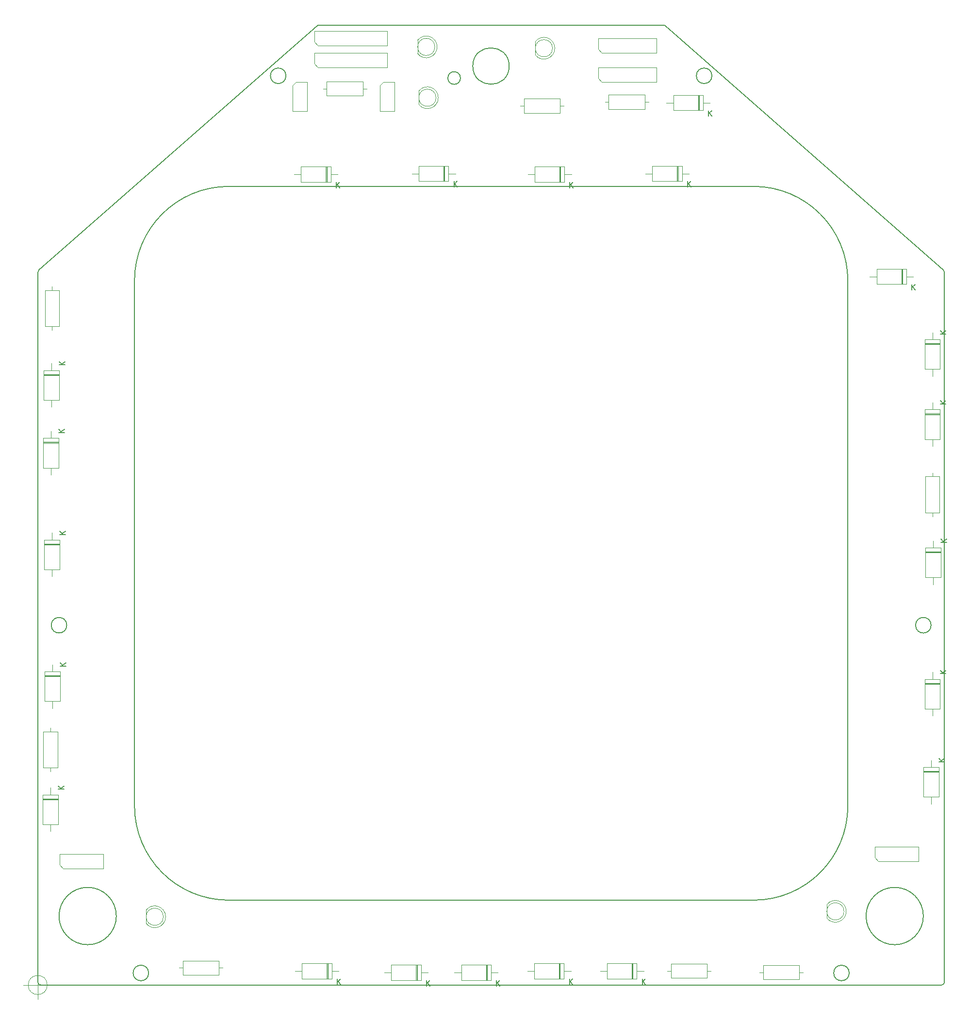
<source format=gbr>
G04 #@! TF.GenerationSoftware,KiCad,Pcbnew,(5.1.5-0-10_14)*
G04 #@! TF.CreationDate,2021-11-28T09:12:12+10:00*
G04 #@! TF.ProjectId,Buttons_DDI,42757474-6f6e-4735-9f44-44492e6b6963,rev?*
G04 #@! TF.SameCoordinates,Original*
G04 #@! TF.FileFunction,Other,Fab,Top*
%FSLAX46Y46*%
G04 Gerber Fmt 4.6, Leading zero omitted, Abs format (unit mm)*
G04 Created by KiCad (PCBNEW (5.1.5-0-10_14)) date 2021-11-28 09:12:12*
%MOMM*%
%LPD*%
G04 APERTURE LIST*
%ADD10C,0.200000*%
%ADD11C,0.100000*%
%ADD12C,0.150000*%
G04 APERTURE END LIST*
D10*
X91030675Y-18376300D02*
G75*
G03X91030675Y-18376300I-1100000J0D01*
G01*
X99531375Y-16288500D02*
G75*
G03X99531375Y-16288500I-3175000J0D01*
G01*
X126464426Y-9144000D02*
X66106369Y-9176498D01*
X30987380Y-164503100D02*
G75*
G03X30987380Y-164503100I-5000000J0D01*
G01*
X60587233Y-17986375D02*
G75*
G03X60587233Y-17986375I-1352550J0D01*
G01*
X173148629Y-113792000D02*
G75*
G03X173148629Y-113792000I-1352550J0D01*
G01*
X50604140Y-161734500D02*
G75*
G02X34163000Y-145293360I0J16441140D01*
G01*
X158864300Y-174434500D02*
G75*
G03X158864300Y-174434500I-1352550J0D01*
G01*
X36626800Y-174434500D02*
G75*
G03X36626800Y-174434500I-1352550J0D01*
G01*
X158623000Y-145293360D02*
X158623000Y-53715640D01*
X142181860Y-37274500D02*
G75*
G02X158623000Y-53715640I0J-16441140D01*
G01*
X142181860Y-37274500D02*
X50604140Y-37274500D01*
X50604140Y-161734500D02*
X142181860Y-161734500D01*
X171798621Y-164503100D02*
G75*
G03X171798621Y-164503100I-5000000J0D01*
G01*
X126464426Y-9144000D02*
G75*
G02X126799582Y-9270248I0J-508000D01*
G01*
X17303750Y-52240798D02*
X17303750Y-176022000D01*
X17811750Y-176530000D02*
X174974250Y-176530000D01*
X175309406Y-51859046D02*
X126799582Y-9270248D01*
X175309406Y-51859046D02*
G75*
G02X175482250Y-52240798I-335156J-381752D01*
G01*
X158623000Y-145293360D02*
G75*
G02X142181860Y-161734500I-16441140J0D01*
G01*
X34163000Y-53715640D02*
X34163000Y-145293360D01*
X134903867Y-17986375D02*
G75*
G03X134903867Y-17986375I-1352550J0D01*
G01*
X22342471Y-113792000D02*
G75*
G03X22342471Y-113792000I-1352550J0D01*
G01*
X175482250Y-176022000D02*
X175482250Y-52240798D01*
X175482250Y-176022000D02*
G75*
G02X174974250Y-176530000I-508000J0D01*
G01*
X17303750Y-52240798D02*
G75*
G02X17476594Y-51859046I508000J0D01*
G01*
X34163000Y-53715640D02*
G75*
G02X50604140Y-37274500I16441140J0D01*
G01*
X17811750Y-176530000D02*
G75*
G02X17303750Y-176022000I0J508000D01*
G01*
X66106369Y-9176498D02*
X17476594Y-51859046D01*
D11*
X18938666Y-176530000D02*
G75*
G03X18938666Y-176530000I-1666666J0D01*
G01*
X14772000Y-176530000D02*
X19772000Y-176530000D01*
X17272000Y-174030000D02*
X17272000Y-179030000D01*
X20912000Y-81840000D02*
X18212000Y-81840000D01*
X20912000Y-82040000D02*
X18212000Y-82040000D01*
X20912000Y-81940000D02*
X18212000Y-81940000D01*
X19562000Y-87570000D02*
X19562000Y-86360000D01*
X19562000Y-79950000D02*
X19562000Y-81160000D01*
X20912000Y-86360000D02*
X20912000Y-81160000D01*
X18212000Y-86360000D02*
X20912000Y-86360000D01*
X18212000Y-81160000D02*
X18212000Y-86360000D01*
X20912000Y-81160000D02*
X18212000Y-81160000D01*
X134722000Y-174080000D02*
X134062000Y-174080000D01*
X127102000Y-174080000D02*
X127762000Y-174080000D01*
X134062000Y-172830000D02*
X127762000Y-172830000D01*
X134062000Y-175330000D02*
X134062000Y-172830000D01*
X127762000Y-175330000D02*
X134062000Y-175330000D01*
X127762000Y-172830000D02*
X127762000Y-175330000D01*
X74672000Y-20230000D02*
X74012000Y-20230000D01*
X67052000Y-20230000D02*
X67712000Y-20230000D01*
X74012000Y-18980000D02*
X67712000Y-18980000D01*
X74012000Y-21480000D02*
X74012000Y-18980000D01*
X67712000Y-21480000D02*
X74012000Y-21480000D01*
X67712000Y-18980000D02*
X67712000Y-21480000D01*
X123862000Y-22540000D02*
X123202000Y-22540000D01*
X116242000Y-22540000D02*
X116902000Y-22540000D01*
X123202000Y-21290000D02*
X116902000Y-21290000D01*
X123202000Y-23790000D02*
X123202000Y-21290000D01*
X116902000Y-23790000D02*
X123202000Y-23790000D01*
X116902000Y-21290000D02*
X116902000Y-23790000D01*
X173382000Y-94820000D02*
X173382000Y-94160000D01*
X173382000Y-87200000D02*
X173382000Y-87860000D01*
X174632000Y-94160000D02*
X174632000Y-87860000D01*
X172132000Y-94160000D02*
X174632000Y-94160000D01*
X172132000Y-87860000D02*
X172132000Y-94160000D01*
X174632000Y-87860000D02*
X172132000Y-87860000D01*
X49572000Y-173550000D02*
X48912000Y-173550000D01*
X41952000Y-173550000D02*
X42612000Y-173550000D01*
X48912000Y-172300000D02*
X42612000Y-172300000D01*
X48912000Y-174800000D02*
X48912000Y-172300000D01*
X42612000Y-174800000D02*
X48912000Y-174800000D01*
X42612000Y-172300000D02*
X42612000Y-174800000D01*
X150792000Y-174320000D02*
X150132000Y-174320000D01*
X143172000Y-174320000D02*
X143832000Y-174320000D01*
X150132000Y-173070000D02*
X143832000Y-173070000D01*
X150132000Y-175570000D02*
X150132000Y-173070000D01*
X143832000Y-175570000D02*
X150132000Y-175570000D01*
X143832000Y-173070000D02*
X143832000Y-175570000D01*
X19482000Y-139280000D02*
X19482000Y-138620000D01*
X19482000Y-131660000D02*
X19482000Y-132320000D01*
X20732000Y-138620000D02*
X20732000Y-132320000D01*
X18232000Y-138620000D02*
X20732000Y-138620000D01*
X18232000Y-132320000D02*
X18232000Y-138620000D01*
X20732000Y-132320000D02*
X18232000Y-132320000D01*
X19782000Y-62330000D02*
X19782000Y-61670000D01*
X19782000Y-54710000D02*
X19782000Y-55370000D01*
X21032000Y-61670000D02*
X21032000Y-55370000D01*
X18532000Y-61670000D02*
X21032000Y-61670000D01*
X18532000Y-55370000D02*
X18532000Y-61670000D01*
X21032000Y-55370000D02*
X18532000Y-55370000D01*
X154952000Y-162523810D02*
X154952000Y-164856190D01*
X157952000Y-163690000D02*
G75*
G03X157952000Y-163690000I-1500000J0D01*
G01*
X154951445Y-164855476D02*
G75*
G03X154952000Y-162523810I1500555J1165476D01*
G01*
X36192000Y-163463810D02*
X36192000Y-165796190D01*
X39192000Y-164630000D02*
G75*
G03X39192000Y-164630000I-1500000J0D01*
G01*
X36191445Y-165795476D02*
G75*
G03X36192000Y-163463810I1500555J1165476D01*
G01*
X76962000Y-19685000D02*
X77597000Y-19050000D01*
X76962000Y-24130000D02*
X76962000Y-19685000D01*
X79502000Y-24130000D02*
X76962000Y-24130000D01*
X79502000Y-19050000D02*
X79502000Y-24130000D01*
X77597000Y-19050000D02*
X79502000Y-19050000D01*
X115697000Y-13970000D02*
X115062000Y-13335000D01*
X125222000Y-13970000D02*
X115697000Y-13970000D01*
X125222000Y-11430000D02*
X125222000Y-13970000D01*
X115062000Y-11430000D02*
X125222000Y-11430000D01*
X115062000Y-13335000D02*
X115062000Y-11430000D01*
X66167000Y-12700000D02*
X65532000Y-12065000D01*
X78232000Y-12700000D02*
X66167000Y-12700000D01*
X78232000Y-10160000D02*
X78232000Y-12700000D01*
X65532000Y-10160000D02*
X78232000Y-10160000D01*
X65532000Y-12065000D02*
X65532000Y-10160000D01*
X132692000Y-24030000D02*
X132692000Y-21330000D01*
X132492000Y-24030000D02*
X132492000Y-21330000D01*
X132592000Y-24030000D02*
X132592000Y-21330000D01*
X126962000Y-22680000D02*
X128172000Y-22680000D01*
X134582000Y-22680000D02*
X133372000Y-22680000D01*
X128172000Y-24030000D02*
X133372000Y-24030000D01*
X128172000Y-21330000D02*
X128172000Y-24030000D01*
X133372000Y-21330000D02*
X128172000Y-21330000D01*
X133372000Y-24030000D02*
X133372000Y-21330000D01*
X61722000Y-19685000D02*
X62357000Y-19050000D01*
X61722000Y-24130000D02*
X61722000Y-19685000D01*
X64262000Y-24130000D02*
X61722000Y-24130000D01*
X64262000Y-19050000D02*
X64262000Y-24130000D01*
X62357000Y-19050000D02*
X64262000Y-19050000D01*
X66167000Y-16510000D02*
X65532000Y-15875000D01*
X78232000Y-16510000D02*
X66167000Y-16510000D01*
X78232000Y-13970000D02*
X78232000Y-16510000D01*
X65532000Y-13970000D02*
X78232000Y-13970000D01*
X65532000Y-15875000D02*
X65532000Y-13970000D01*
X115697000Y-19050000D02*
X115062000Y-18415000D01*
X125222000Y-19050000D02*
X115697000Y-19050000D01*
X125222000Y-16510000D02*
X125222000Y-19050000D01*
X115062000Y-16510000D02*
X125222000Y-16510000D01*
X115062000Y-18415000D02*
X115062000Y-16510000D01*
X21717000Y-156210000D02*
X21082000Y-155575000D01*
X28702000Y-156210000D02*
X21717000Y-156210000D01*
X28702000Y-153670000D02*
X28702000Y-156210000D01*
X21082000Y-153670000D02*
X28702000Y-153670000D01*
X21082000Y-155575000D02*
X21082000Y-153670000D01*
X163957000Y-154940000D02*
X163322000Y-154305000D01*
X170942000Y-154940000D02*
X163957000Y-154940000D01*
X170942000Y-152400000D02*
X170942000Y-154940000D01*
X163322000Y-152400000D02*
X170942000Y-152400000D01*
X163322000Y-154305000D02*
X163322000Y-152400000D01*
X67742000Y-36530000D02*
X67742000Y-33830000D01*
X67542000Y-36530000D02*
X67542000Y-33830000D01*
X67642000Y-36530000D02*
X67642000Y-33830000D01*
X62012000Y-35180000D02*
X63222000Y-35180000D01*
X69632000Y-35180000D02*
X68422000Y-35180000D01*
X63222000Y-36530000D02*
X68422000Y-36530000D01*
X63222000Y-33830000D02*
X63222000Y-36530000D01*
X68422000Y-33830000D02*
X63222000Y-33830000D01*
X68422000Y-36530000D02*
X68422000Y-33830000D01*
X88272000Y-36390000D02*
X88272000Y-33690000D01*
X88072000Y-36390000D02*
X88072000Y-33690000D01*
X88172000Y-36390000D02*
X88172000Y-33690000D01*
X82542000Y-35040000D02*
X83752000Y-35040000D01*
X90162000Y-35040000D02*
X88952000Y-35040000D01*
X83752000Y-36390000D02*
X88952000Y-36390000D01*
X83752000Y-33690000D02*
X83752000Y-36390000D01*
X88952000Y-33690000D02*
X83752000Y-33690000D01*
X88952000Y-36390000D02*
X88952000Y-33690000D01*
X108502000Y-36530000D02*
X108502000Y-33830000D01*
X108302000Y-36530000D02*
X108302000Y-33830000D01*
X108402000Y-36530000D02*
X108402000Y-33830000D01*
X102772000Y-35180000D02*
X103982000Y-35180000D01*
X110392000Y-35180000D02*
X109182000Y-35180000D01*
X103982000Y-36530000D02*
X109182000Y-36530000D01*
X103982000Y-33830000D02*
X103982000Y-36530000D01*
X109182000Y-33830000D02*
X103982000Y-33830000D01*
X109182000Y-36530000D02*
X109182000Y-33830000D01*
X129022000Y-36390000D02*
X129022000Y-33690000D01*
X128822000Y-36390000D02*
X128822000Y-33690000D01*
X128922000Y-36390000D02*
X128922000Y-33690000D01*
X123292000Y-35040000D02*
X124502000Y-35040000D01*
X130912000Y-35040000D02*
X129702000Y-35040000D01*
X124502000Y-36390000D02*
X129702000Y-36390000D01*
X124502000Y-33690000D02*
X124502000Y-36390000D01*
X129702000Y-33690000D02*
X124502000Y-33690000D01*
X129702000Y-36390000D02*
X129702000Y-33690000D01*
X168172000Y-54340000D02*
X168172000Y-51640000D01*
X167972000Y-54340000D02*
X167972000Y-51640000D01*
X168072000Y-54340000D02*
X168072000Y-51640000D01*
X162442000Y-52990000D02*
X163652000Y-52990000D01*
X170062000Y-52990000D02*
X168852000Y-52990000D01*
X163652000Y-54340000D02*
X168852000Y-54340000D01*
X163652000Y-51640000D02*
X163652000Y-54340000D01*
X168852000Y-51640000D02*
X163652000Y-51640000D01*
X168852000Y-54340000D02*
X168852000Y-51640000D01*
X174732000Y-64630000D02*
X172032000Y-64630000D01*
X174732000Y-64830000D02*
X172032000Y-64830000D01*
X174732000Y-64730000D02*
X172032000Y-64730000D01*
X173382000Y-70360000D02*
X173382000Y-69150000D01*
X173382000Y-62740000D02*
X173382000Y-63950000D01*
X174732000Y-69150000D02*
X174732000Y-63950000D01*
X172032000Y-69150000D02*
X174732000Y-69150000D01*
X172032000Y-63950000D02*
X172032000Y-69150000D01*
X174732000Y-63950000D02*
X172032000Y-63950000D01*
X174732000Y-76860000D02*
X172032000Y-76860000D01*
X174732000Y-77060000D02*
X172032000Y-77060000D01*
X174732000Y-76960000D02*
X172032000Y-76960000D01*
X173382000Y-82590000D02*
X173382000Y-81380000D01*
X173382000Y-74970000D02*
X173382000Y-76180000D01*
X174732000Y-81380000D02*
X174732000Y-76180000D01*
X172032000Y-81380000D02*
X174732000Y-81380000D01*
X172032000Y-76180000D02*
X172032000Y-81380000D01*
X174732000Y-76180000D02*
X172032000Y-76180000D01*
X174832000Y-100950000D02*
X172132000Y-100950000D01*
X174832000Y-101150000D02*
X172132000Y-101150000D01*
X174832000Y-101050000D02*
X172132000Y-101050000D01*
X173482000Y-106680000D02*
X173482000Y-105470000D01*
X173482000Y-99060000D02*
X173482000Y-100270000D01*
X174832000Y-105470000D02*
X174832000Y-100270000D01*
X172132000Y-105470000D02*
X174832000Y-105470000D01*
X172132000Y-100270000D02*
X172132000Y-105470000D01*
X174832000Y-100270000D02*
X172132000Y-100270000D01*
X174732000Y-123860000D02*
X172032000Y-123860000D01*
X174732000Y-124060000D02*
X172032000Y-124060000D01*
X174732000Y-123960000D02*
X172032000Y-123960000D01*
X173382000Y-129590000D02*
X173382000Y-128380000D01*
X173382000Y-121970000D02*
X173382000Y-123180000D01*
X174732000Y-128380000D02*
X174732000Y-123180000D01*
X172032000Y-128380000D02*
X174732000Y-128380000D01*
X172032000Y-123180000D02*
X172032000Y-128380000D01*
X174732000Y-123180000D02*
X172032000Y-123180000D01*
X174492000Y-139210000D02*
X171792000Y-139210000D01*
X174492000Y-139410000D02*
X171792000Y-139410000D01*
X174492000Y-139310000D02*
X171792000Y-139310000D01*
X173142000Y-144940000D02*
X173142000Y-143730000D01*
X173142000Y-137320000D02*
X173142000Y-138530000D01*
X174492000Y-143730000D02*
X174492000Y-138530000D01*
X171792000Y-143730000D02*
X174492000Y-143730000D01*
X171792000Y-138530000D02*
X171792000Y-143730000D01*
X174492000Y-138530000D02*
X171792000Y-138530000D01*
X67902000Y-175460000D02*
X67902000Y-172760000D01*
X67702000Y-175460000D02*
X67702000Y-172760000D01*
X67802000Y-175460000D02*
X67802000Y-172760000D01*
X62172000Y-174110000D02*
X63382000Y-174110000D01*
X69792000Y-174110000D02*
X68582000Y-174110000D01*
X63382000Y-175460000D02*
X68582000Y-175460000D01*
X63382000Y-172760000D02*
X63382000Y-175460000D01*
X68582000Y-172760000D02*
X63382000Y-172760000D01*
X68582000Y-175460000D02*
X68582000Y-172760000D01*
X121132000Y-175430000D02*
X121132000Y-172730000D01*
X120932000Y-175430000D02*
X120932000Y-172730000D01*
X121032000Y-175430000D02*
X121032000Y-172730000D01*
X115402000Y-174080000D02*
X116612000Y-174080000D01*
X123022000Y-174080000D02*
X121812000Y-174080000D01*
X116612000Y-175430000D02*
X121812000Y-175430000D01*
X116612000Y-172730000D02*
X116612000Y-175430000D01*
X121812000Y-172730000D02*
X116612000Y-172730000D01*
X121812000Y-175430000D02*
X121812000Y-172730000D01*
X108422000Y-175460000D02*
X108422000Y-172760000D01*
X108222000Y-175460000D02*
X108222000Y-172760000D01*
X108322000Y-175460000D02*
X108322000Y-172760000D01*
X102692000Y-174110000D02*
X103902000Y-174110000D01*
X110312000Y-174110000D02*
X109102000Y-174110000D01*
X103902000Y-175460000D02*
X109102000Y-175460000D01*
X103902000Y-172760000D02*
X103902000Y-175460000D01*
X109102000Y-172760000D02*
X103902000Y-172760000D01*
X109102000Y-175460000D02*
X109102000Y-172760000D01*
X95712000Y-175700000D02*
X95712000Y-173000000D01*
X95512000Y-175700000D02*
X95512000Y-173000000D01*
X95612000Y-175700000D02*
X95612000Y-173000000D01*
X89982000Y-174350000D02*
X91192000Y-174350000D01*
X97602000Y-174350000D02*
X96392000Y-174350000D01*
X91192000Y-175700000D02*
X96392000Y-175700000D01*
X91192000Y-173000000D02*
X91192000Y-175700000D01*
X96392000Y-173000000D02*
X91192000Y-173000000D01*
X96392000Y-175700000D02*
X96392000Y-173000000D01*
X83492000Y-175700000D02*
X83492000Y-173000000D01*
X83292000Y-175700000D02*
X83292000Y-173000000D01*
X83392000Y-175700000D02*
X83392000Y-173000000D01*
X77762000Y-174350000D02*
X78972000Y-174350000D01*
X85382000Y-174350000D02*
X84172000Y-174350000D01*
X78972000Y-175700000D02*
X84172000Y-175700000D01*
X78972000Y-173000000D02*
X78972000Y-175700000D01*
X84172000Y-173000000D02*
X78972000Y-173000000D01*
X84172000Y-175700000D02*
X84172000Y-173000000D01*
X21022000Y-70010000D02*
X18322000Y-70010000D01*
X21022000Y-70210000D02*
X18322000Y-70210000D01*
X21022000Y-70110000D02*
X18322000Y-70110000D01*
X19672000Y-75740000D02*
X19672000Y-74530000D01*
X19672000Y-68120000D02*
X19672000Y-69330000D01*
X21022000Y-74530000D02*
X21022000Y-69330000D01*
X18322000Y-74530000D02*
X21022000Y-74530000D01*
X18322000Y-69330000D02*
X18322000Y-74530000D01*
X21022000Y-69330000D02*
X18322000Y-69330000D01*
X20832000Y-144020000D02*
X18132000Y-144020000D01*
X20832000Y-144220000D02*
X18132000Y-144220000D01*
X20832000Y-144120000D02*
X18132000Y-144120000D01*
X19482000Y-149750000D02*
X19482000Y-148540000D01*
X19482000Y-142130000D02*
X19482000Y-143340000D01*
X20832000Y-148540000D02*
X20832000Y-143340000D01*
X18132000Y-148540000D02*
X20832000Y-148540000D01*
X18132000Y-143340000D02*
X18132000Y-148540000D01*
X20832000Y-143340000D02*
X18132000Y-143340000D01*
X21162000Y-122540000D02*
X18462000Y-122540000D01*
X21162000Y-122740000D02*
X18462000Y-122740000D01*
X21162000Y-122640000D02*
X18462000Y-122640000D01*
X19812000Y-128270000D02*
X19812000Y-127060000D01*
X19812000Y-120650000D02*
X19812000Y-121860000D01*
X21162000Y-127060000D02*
X21162000Y-121860000D01*
X18462000Y-127060000D02*
X21162000Y-127060000D01*
X18462000Y-121860000D02*
X18462000Y-127060000D01*
X21162000Y-121860000D02*
X18462000Y-121860000D01*
X21102000Y-99580000D02*
X18402000Y-99580000D01*
X21102000Y-99780000D02*
X18402000Y-99780000D01*
X21102000Y-99680000D02*
X18402000Y-99680000D01*
X19752000Y-105310000D02*
X19752000Y-104100000D01*
X19752000Y-97690000D02*
X19752000Y-98900000D01*
X21102000Y-104100000D02*
X21102000Y-98900000D01*
X18402000Y-104100000D02*
X21102000Y-104100000D01*
X18402000Y-98900000D02*
X18402000Y-104100000D01*
X21102000Y-98900000D02*
X18402000Y-98900000D01*
X107092000Y-13180000D02*
G75*
G03X107092000Y-13180000I-1500000J0D01*
G01*
X104092000Y-12013810D02*
X104092000Y-14346190D01*
X104091445Y-14345476D02*
G75*
G03X104092000Y-12013810I1500555J1165476D01*
G01*
X86562000Y-12950000D02*
G75*
G03X86562000Y-12950000I-1500000J0D01*
G01*
X83562000Y-11783810D02*
X83562000Y-14116190D01*
X83561445Y-14115476D02*
G75*
G03X83562000Y-11783810I1500555J1165476D01*
G01*
X83762000Y-20643810D02*
X83762000Y-22976190D01*
X86762000Y-21810000D02*
G75*
G03X86762000Y-21810000I-1500000J0D01*
G01*
X83761445Y-22975476D02*
G75*
G03X83762000Y-20643810I1500555J1165476D01*
G01*
X108412000Y-24480000D02*
X108412000Y-21980000D01*
X108412000Y-21980000D02*
X102112000Y-21980000D01*
X102112000Y-21980000D02*
X102112000Y-24480000D01*
X102112000Y-24480000D02*
X108412000Y-24480000D01*
X109072000Y-23230000D02*
X108412000Y-23230000D01*
X101452000Y-23230000D02*
X102112000Y-23230000D01*
D12*
X21914380Y-80211904D02*
X20914380Y-80211904D01*
X21914380Y-79640476D02*
X21342952Y-80069047D01*
X20914380Y-79640476D02*
X21485809Y-80211904D01*
X134320095Y-25032380D02*
X134320095Y-24032380D01*
X134891523Y-25032380D02*
X134462952Y-24460952D01*
X134891523Y-24032380D02*
X134320095Y-24603809D01*
X69370095Y-37532380D02*
X69370095Y-36532380D01*
X69941523Y-37532380D02*
X69512952Y-36960952D01*
X69941523Y-36532380D02*
X69370095Y-37103809D01*
X89900095Y-37392380D02*
X89900095Y-36392380D01*
X90471523Y-37392380D02*
X90042952Y-36820952D01*
X90471523Y-36392380D02*
X89900095Y-36963809D01*
X110130095Y-37532380D02*
X110130095Y-36532380D01*
X110701523Y-37532380D02*
X110272952Y-36960952D01*
X110701523Y-36532380D02*
X110130095Y-37103809D01*
X130650095Y-37392380D02*
X130650095Y-36392380D01*
X131221523Y-37392380D02*
X130792952Y-36820952D01*
X131221523Y-36392380D02*
X130650095Y-36963809D01*
X169800095Y-55342380D02*
X169800095Y-54342380D01*
X170371523Y-55342380D02*
X169942952Y-54770952D01*
X170371523Y-54342380D02*
X169800095Y-54913809D01*
X175734380Y-63001904D02*
X174734380Y-63001904D01*
X175734380Y-62430476D02*
X175162952Y-62859047D01*
X174734380Y-62430476D02*
X175305809Y-63001904D01*
X175734380Y-75231904D02*
X174734380Y-75231904D01*
X175734380Y-74660476D02*
X175162952Y-75089047D01*
X174734380Y-74660476D02*
X175305809Y-75231904D01*
X175834380Y-99321904D02*
X174834380Y-99321904D01*
X175834380Y-98750476D02*
X175262952Y-99179047D01*
X174834380Y-98750476D02*
X175405809Y-99321904D01*
X175734380Y-122231904D02*
X174734380Y-122231904D01*
X175734380Y-121660476D02*
X175162952Y-122089047D01*
X174734380Y-121660476D02*
X175305809Y-122231904D01*
X175494380Y-137581904D02*
X174494380Y-137581904D01*
X175494380Y-137010476D02*
X174922952Y-137439047D01*
X174494380Y-137010476D02*
X175065809Y-137581904D01*
X69530095Y-176462380D02*
X69530095Y-175462380D01*
X70101523Y-176462380D02*
X69672952Y-175890952D01*
X70101523Y-175462380D02*
X69530095Y-176033809D01*
X122760095Y-176432380D02*
X122760095Y-175432380D01*
X123331523Y-176432380D02*
X122902952Y-175860952D01*
X123331523Y-175432380D02*
X122760095Y-176003809D01*
X110050095Y-176462380D02*
X110050095Y-175462380D01*
X110621523Y-176462380D02*
X110192952Y-175890952D01*
X110621523Y-175462380D02*
X110050095Y-176033809D01*
X97340095Y-176702380D02*
X97340095Y-175702380D01*
X97911523Y-176702380D02*
X97482952Y-176130952D01*
X97911523Y-175702380D02*
X97340095Y-176273809D01*
X85120095Y-176702380D02*
X85120095Y-175702380D01*
X85691523Y-176702380D02*
X85262952Y-176130952D01*
X85691523Y-175702380D02*
X85120095Y-176273809D01*
X22024380Y-68381904D02*
X21024380Y-68381904D01*
X22024380Y-67810476D02*
X21452952Y-68239047D01*
X21024380Y-67810476D02*
X21595809Y-68381904D01*
X21834380Y-142391904D02*
X20834380Y-142391904D01*
X21834380Y-141820476D02*
X21262952Y-142249047D01*
X20834380Y-141820476D02*
X21405809Y-142391904D01*
X22164380Y-120911904D02*
X21164380Y-120911904D01*
X22164380Y-120340476D02*
X21592952Y-120769047D01*
X21164380Y-120340476D02*
X21735809Y-120911904D01*
X22104380Y-97951904D02*
X21104380Y-97951904D01*
X22104380Y-97380476D02*
X21532952Y-97809047D01*
X21104380Y-97380476D02*
X21675809Y-97951904D01*
M02*

</source>
